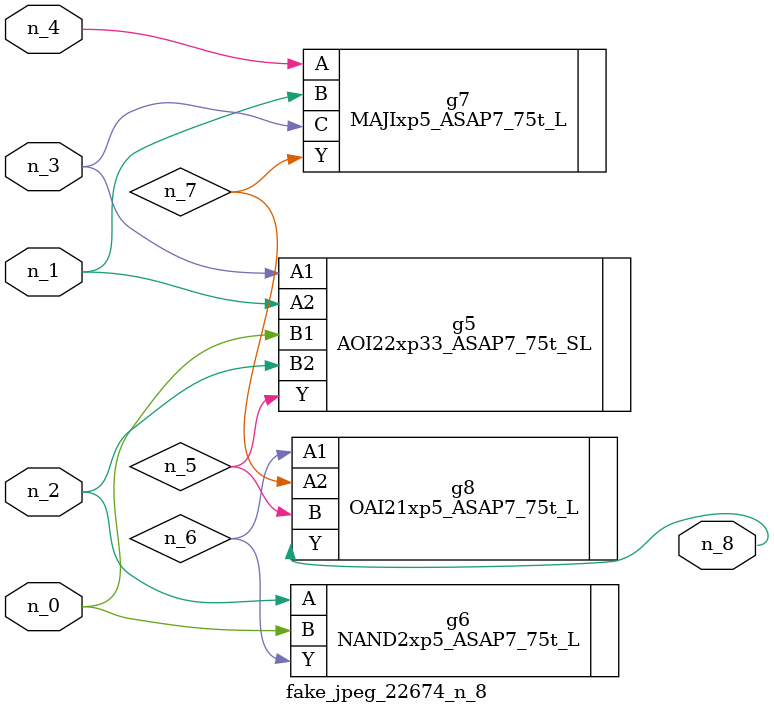
<source format=v>
module fake_jpeg_22674_n_8 (n_3, n_2, n_1, n_0, n_4, n_8);

input n_3;
input n_2;
input n_1;
input n_0;
input n_4;

output n_8;

wire n_6;
wire n_5;
wire n_7;

AOI22xp33_ASAP7_75t_SL g5 ( 
.A1(n_3),
.A2(n_1),
.B1(n_0),
.B2(n_2),
.Y(n_5)
);

NAND2xp5_ASAP7_75t_L g6 ( 
.A(n_2),
.B(n_0),
.Y(n_6)
);

MAJIxp5_ASAP7_75t_L g7 ( 
.A(n_4),
.B(n_1),
.C(n_3),
.Y(n_7)
);

OAI21xp5_ASAP7_75t_L g8 ( 
.A1(n_6),
.A2(n_7),
.B(n_5),
.Y(n_8)
);


endmodule
</source>
